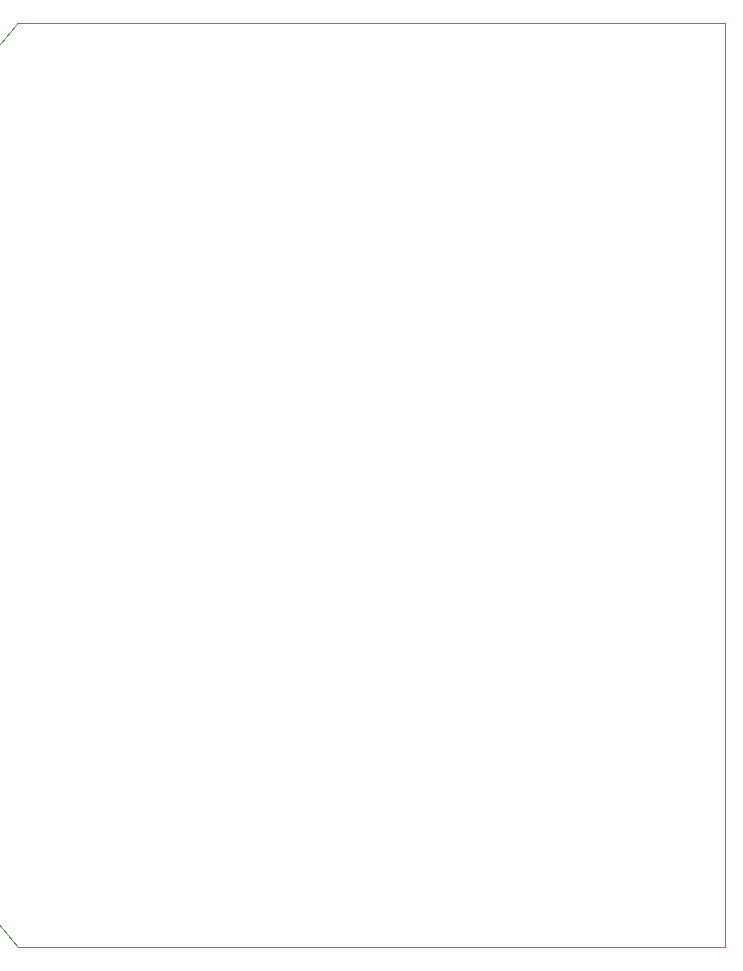
<source format=gbr>
%TF.GenerationSoftware,KiCad,Pcbnew,9.0.0*%
%TF.CreationDate,2025-03-23T19:49:56+02:00*%
%TF.ProjectId,EEE3088F Micromouse Design,45454533-3038-4384-9620-4d6963726f6d,rev?*%
%TF.SameCoordinates,Original*%
%TF.FileFunction,Profile,NP*%
%FSLAX46Y46*%
G04 Gerber Fmt 4.6, Leading zero omitted, Abs format (unit mm)*
G04 Created by KiCad (PCBNEW 9.0.0) date 2025-03-23 19:49:56*
%MOMM*%
%LPD*%
G01*
G04 APERTURE LIST*
%TA.AperFunction,Profile*%
%ADD10C,0.100000*%
%TD*%
G04 APERTURE END LIST*
D10*
X54497593Y-56771915D02*
X114300000Y-56771915D01*
X114300000Y-56771915D02*
X114300000Y-135000000D01*
X114300000Y-135000000D02*
X54497593Y-135000000D01*
X54497593Y-135000000D02*
G75*
G02*
X54497593Y-56771915I44706756J39114042D01*
G01*
M02*

</source>
